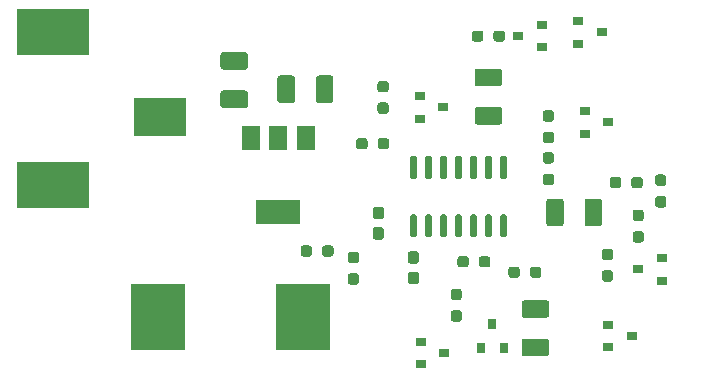
<source format=gbr>
G04 #@! TF.GenerationSoftware,KiCad,Pcbnew,(5.1.10)-1*
G04 #@! TF.CreationDate,2021-07-17T19:43:19-06:00*
G04 #@! TF.ProjectId,FreezerDoorAlarm,46726565-7a65-4724-946f-6f72416c6172,rev?*
G04 #@! TF.SameCoordinates,Original*
G04 #@! TF.FileFunction,Paste,Top*
G04 #@! TF.FilePolarity,Positive*
%FSLAX46Y46*%
G04 Gerber Fmt 4.6, Leading zero omitted, Abs format (unit mm)*
G04 Created by KiCad (PCBNEW (5.1.10)-1) date 2021-07-17 19:43:19*
%MOMM*%
%LPD*%
G01*
G04 APERTURE LIST*
%ADD10R,1.500000X2.000000*%
%ADD11R,3.800000X2.000000*%
%ADD12R,0.900000X0.800000*%
%ADD13R,0.800000X0.900000*%
%ADD14R,4.600000X5.600000*%
%ADD15R,6.200000X3.900000*%
%ADD16R,4.400000X3.300000*%
G04 APERTURE END LIST*
G36*
G01*
X112537500Y-82037500D02*
X112537500Y-81562500D01*
G75*
G02*
X112775000Y-81325000I237500J0D01*
G01*
X113275000Y-81325000D01*
G75*
G02*
X113512500Y-81562500I0J-237500D01*
G01*
X113512500Y-82037500D01*
G75*
G02*
X113275000Y-82275000I-237500J0D01*
G01*
X112775000Y-82275000D01*
G75*
G02*
X112537500Y-82037500I0J237500D01*
G01*
G37*
G36*
G01*
X110712500Y-82037500D02*
X110712500Y-81562500D01*
G75*
G02*
X110950000Y-81325000I237500J0D01*
G01*
X111450000Y-81325000D01*
G75*
G02*
X111687500Y-81562500I0J-237500D01*
G01*
X111687500Y-82037500D01*
G75*
G02*
X111450000Y-82275000I-237500J0D01*
G01*
X110950000Y-82275000D01*
G75*
G02*
X110712500Y-82037500I0J237500D01*
G01*
G37*
G36*
G01*
X115720000Y-84795000D02*
X115420000Y-84795000D01*
G75*
G02*
X115270000Y-84645000I0J150000D01*
G01*
X115270000Y-82995000D01*
G75*
G02*
X115420000Y-82845000I150000J0D01*
G01*
X115720000Y-82845000D01*
G75*
G02*
X115870000Y-82995000I0J-150000D01*
G01*
X115870000Y-84645000D01*
G75*
G02*
X115720000Y-84795000I-150000J0D01*
G01*
G37*
G36*
G01*
X116990000Y-84795000D02*
X116690000Y-84795000D01*
G75*
G02*
X116540000Y-84645000I0J150000D01*
G01*
X116540000Y-82995000D01*
G75*
G02*
X116690000Y-82845000I150000J0D01*
G01*
X116990000Y-82845000D01*
G75*
G02*
X117140000Y-82995000I0J-150000D01*
G01*
X117140000Y-84645000D01*
G75*
G02*
X116990000Y-84795000I-150000J0D01*
G01*
G37*
G36*
G01*
X118260000Y-84795000D02*
X117960000Y-84795000D01*
G75*
G02*
X117810000Y-84645000I0J150000D01*
G01*
X117810000Y-82995000D01*
G75*
G02*
X117960000Y-82845000I150000J0D01*
G01*
X118260000Y-82845000D01*
G75*
G02*
X118410000Y-82995000I0J-150000D01*
G01*
X118410000Y-84645000D01*
G75*
G02*
X118260000Y-84795000I-150000J0D01*
G01*
G37*
G36*
G01*
X119530000Y-84795000D02*
X119230000Y-84795000D01*
G75*
G02*
X119080000Y-84645000I0J150000D01*
G01*
X119080000Y-82995000D01*
G75*
G02*
X119230000Y-82845000I150000J0D01*
G01*
X119530000Y-82845000D01*
G75*
G02*
X119680000Y-82995000I0J-150000D01*
G01*
X119680000Y-84645000D01*
G75*
G02*
X119530000Y-84795000I-150000J0D01*
G01*
G37*
G36*
G01*
X120800000Y-84795000D02*
X120500000Y-84795000D01*
G75*
G02*
X120350000Y-84645000I0J150000D01*
G01*
X120350000Y-82995000D01*
G75*
G02*
X120500000Y-82845000I150000J0D01*
G01*
X120800000Y-82845000D01*
G75*
G02*
X120950000Y-82995000I0J-150000D01*
G01*
X120950000Y-84645000D01*
G75*
G02*
X120800000Y-84795000I-150000J0D01*
G01*
G37*
G36*
G01*
X122070000Y-84795000D02*
X121770000Y-84795000D01*
G75*
G02*
X121620000Y-84645000I0J150000D01*
G01*
X121620000Y-82995000D01*
G75*
G02*
X121770000Y-82845000I150000J0D01*
G01*
X122070000Y-82845000D01*
G75*
G02*
X122220000Y-82995000I0J-150000D01*
G01*
X122220000Y-84645000D01*
G75*
G02*
X122070000Y-84795000I-150000J0D01*
G01*
G37*
G36*
G01*
X123340000Y-84795000D02*
X123040000Y-84795000D01*
G75*
G02*
X122890000Y-84645000I0J150000D01*
G01*
X122890000Y-82995000D01*
G75*
G02*
X123040000Y-82845000I150000J0D01*
G01*
X123340000Y-82845000D01*
G75*
G02*
X123490000Y-82995000I0J-150000D01*
G01*
X123490000Y-84645000D01*
G75*
G02*
X123340000Y-84795000I-150000J0D01*
G01*
G37*
G36*
G01*
X123340000Y-89745000D02*
X123040000Y-89745000D01*
G75*
G02*
X122890000Y-89595000I0J150000D01*
G01*
X122890000Y-87945000D01*
G75*
G02*
X123040000Y-87795000I150000J0D01*
G01*
X123340000Y-87795000D01*
G75*
G02*
X123490000Y-87945000I0J-150000D01*
G01*
X123490000Y-89595000D01*
G75*
G02*
X123340000Y-89745000I-150000J0D01*
G01*
G37*
G36*
G01*
X122070000Y-89745000D02*
X121770000Y-89745000D01*
G75*
G02*
X121620000Y-89595000I0J150000D01*
G01*
X121620000Y-87945000D01*
G75*
G02*
X121770000Y-87795000I150000J0D01*
G01*
X122070000Y-87795000D01*
G75*
G02*
X122220000Y-87945000I0J-150000D01*
G01*
X122220000Y-89595000D01*
G75*
G02*
X122070000Y-89745000I-150000J0D01*
G01*
G37*
G36*
G01*
X120800000Y-89745000D02*
X120500000Y-89745000D01*
G75*
G02*
X120350000Y-89595000I0J150000D01*
G01*
X120350000Y-87945000D01*
G75*
G02*
X120500000Y-87795000I150000J0D01*
G01*
X120800000Y-87795000D01*
G75*
G02*
X120950000Y-87945000I0J-150000D01*
G01*
X120950000Y-89595000D01*
G75*
G02*
X120800000Y-89745000I-150000J0D01*
G01*
G37*
G36*
G01*
X119530000Y-89745000D02*
X119230000Y-89745000D01*
G75*
G02*
X119080000Y-89595000I0J150000D01*
G01*
X119080000Y-87945000D01*
G75*
G02*
X119230000Y-87795000I150000J0D01*
G01*
X119530000Y-87795000D01*
G75*
G02*
X119680000Y-87945000I0J-150000D01*
G01*
X119680000Y-89595000D01*
G75*
G02*
X119530000Y-89745000I-150000J0D01*
G01*
G37*
G36*
G01*
X118260000Y-89745000D02*
X117960000Y-89745000D01*
G75*
G02*
X117810000Y-89595000I0J150000D01*
G01*
X117810000Y-87945000D01*
G75*
G02*
X117960000Y-87795000I150000J0D01*
G01*
X118260000Y-87795000D01*
G75*
G02*
X118410000Y-87945000I0J-150000D01*
G01*
X118410000Y-89595000D01*
G75*
G02*
X118260000Y-89745000I-150000J0D01*
G01*
G37*
G36*
G01*
X116990000Y-89745000D02*
X116690000Y-89745000D01*
G75*
G02*
X116540000Y-89595000I0J150000D01*
G01*
X116540000Y-87945000D01*
G75*
G02*
X116690000Y-87795000I150000J0D01*
G01*
X116990000Y-87795000D01*
G75*
G02*
X117140000Y-87945000I0J-150000D01*
G01*
X117140000Y-89595000D01*
G75*
G02*
X116990000Y-89745000I-150000J0D01*
G01*
G37*
G36*
G01*
X115720000Y-89745000D02*
X115420000Y-89745000D01*
G75*
G02*
X115270000Y-89595000I0J150000D01*
G01*
X115270000Y-87945000D01*
G75*
G02*
X115420000Y-87795000I150000J0D01*
G01*
X115720000Y-87795000D01*
G75*
G02*
X115870000Y-87945000I0J-150000D01*
G01*
X115870000Y-89595000D01*
G75*
G02*
X115720000Y-89745000I-150000J0D01*
G01*
G37*
D10*
X106440000Y-81330000D03*
X101840000Y-81330000D03*
X104140000Y-81330000D03*
D11*
X104140000Y-87630000D03*
G36*
G01*
X127237500Y-79942500D02*
X126762500Y-79942500D01*
G75*
G02*
X126525000Y-79705000I0J237500D01*
G01*
X126525000Y-79205000D01*
G75*
G02*
X126762500Y-78967500I237500J0D01*
G01*
X127237500Y-78967500D01*
G75*
G02*
X127475000Y-79205000I0J-237500D01*
G01*
X127475000Y-79705000D01*
G75*
G02*
X127237500Y-79942500I-237500J0D01*
G01*
G37*
G36*
G01*
X127237500Y-81767500D02*
X126762500Y-81767500D01*
G75*
G02*
X126525000Y-81530000I0J237500D01*
G01*
X126525000Y-81030000D01*
G75*
G02*
X126762500Y-80792500I237500J0D01*
G01*
X127237500Y-80792500D01*
G75*
G02*
X127475000Y-81030000I0J-237500D01*
G01*
X127475000Y-81530000D01*
G75*
G02*
X127237500Y-81767500I-237500J0D01*
G01*
G37*
G36*
G01*
X122337500Y-72937500D02*
X122337500Y-72462500D01*
G75*
G02*
X122575000Y-72225000I237500J0D01*
G01*
X123075000Y-72225000D01*
G75*
G02*
X123312500Y-72462500I0J-237500D01*
G01*
X123312500Y-72937500D01*
G75*
G02*
X123075000Y-73175000I-237500J0D01*
G01*
X122575000Y-73175000D01*
G75*
G02*
X122337500Y-72937500I0J237500D01*
G01*
G37*
G36*
G01*
X120512500Y-72937500D02*
X120512500Y-72462500D01*
G75*
G02*
X120750000Y-72225000I237500J0D01*
G01*
X121250000Y-72225000D01*
G75*
G02*
X121487500Y-72462500I0J-237500D01*
G01*
X121487500Y-72937500D01*
G75*
G02*
X121250000Y-73175000I-237500J0D01*
G01*
X120750000Y-73175000D01*
G75*
G02*
X120512500Y-72937500I0J237500D01*
G01*
G37*
G36*
G01*
X112762500Y-78312500D02*
X113237500Y-78312500D01*
G75*
G02*
X113475000Y-78550000I0J-237500D01*
G01*
X113475000Y-79050000D01*
G75*
G02*
X113237500Y-79287500I-237500J0D01*
G01*
X112762500Y-79287500D01*
G75*
G02*
X112525000Y-79050000I0J237500D01*
G01*
X112525000Y-78550000D01*
G75*
G02*
X112762500Y-78312500I237500J0D01*
G01*
G37*
G36*
G01*
X112762500Y-76487500D02*
X113237500Y-76487500D01*
G75*
G02*
X113475000Y-76725000I0J-237500D01*
G01*
X113475000Y-77225000D01*
G75*
G02*
X113237500Y-77462500I-237500J0D01*
G01*
X112762500Y-77462500D01*
G75*
G02*
X112525000Y-77225000I0J237500D01*
G01*
X112525000Y-76725000D01*
G75*
G02*
X112762500Y-76487500I237500J0D01*
G01*
G37*
G36*
G01*
X136262500Y-86237500D02*
X136737500Y-86237500D01*
G75*
G02*
X136975000Y-86475000I0J-237500D01*
G01*
X136975000Y-86975000D01*
G75*
G02*
X136737500Y-87212500I-237500J0D01*
G01*
X136262500Y-87212500D01*
G75*
G02*
X136025000Y-86975000I0J237500D01*
G01*
X136025000Y-86475000D01*
G75*
G02*
X136262500Y-86237500I237500J0D01*
G01*
G37*
G36*
G01*
X136262500Y-84412500D02*
X136737500Y-84412500D01*
G75*
G02*
X136975000Y-84650000I0J-237500D01*
G01*
X136975000Y-85150000D01*
G75*
G02*
X136737500Y-85387500I-237500J0D01*
G01*
X136262500Y-85387500D01*
G75*
G02*
X136025000Y-85150000I0J237500D01*
G01*
X136025000Y-84650000D01*
G75*
G02*
X136262500Y-84412500I237500J0D01*
G01*
G37*
G36*
G01*
X134362500Y-89212500D02*
X134837500Y-89212500D01*
G75*
G02*
X135075000Y-89450000I0J-237500D01*
G01*
X135075000Y-89950000D01*
G75*
G02*
X134837500Y-90187500I-237500J0D01*
G01*
X134362500Y-90187500D01*
G75*
G02*
X134125000Y-89950000I0J237500D01*
G01*
X134125000Y-89450000D01*
G75*
G02*
X134362500Y-89212500I237500J0D01*
G01*
G37*
G36*
G01*
X134362500Y-87387500D02*
X134837500Y-87387500D01*
G75*
G02*
X135075000Y-87625000I0J-237500D01*
G01*
X135075000Y-88125000D01*
G75*
G02*
X134837500Y-88362500I-237500J0D01*
G01*
X134362500Y-88362500D01*
G75*
G02*
X134125000Y-88125000I0J237500D01*
G01*
X134125000Y-87625000D01*
G75*
G02*
X134362500Y-87387500I237500J0D01*
G01*
G37*
G36*
G01*
X133162500Y-84862500D02*
X133162500Y-85337500D01*
G75*
G02*
X132925000Y-85575000I-237500J0D01*
G01*
X132425000Y-85575000D01*
G75*
G02*
X132187500Y-85337500I0J237500D01*
G01*
X132187500Y-84862500D01*
G75*
G02*
X132425000Y-84625000I237500J0D01*
G01*
X132925000Y-84625000D01*
G75*
G02*
X133162500Y-84862500I0J-237500D01*
G01*
G37*
G36*
G01*
X134987500Y-84862500D02*
X134987500Y-85337500D01*
G75*
G02*
X134750000Y-85575000I-237500J0D01*
G01*
X134250000Y-85575000D01*
G75*
G02*
X134012500Y-85337500I0J237500D01*
G01*
X134012500Y-84862500D01*
G75*
G02*
X134250000Y-84625000I237500J0D01*
G01*
X134750000Y-84625000D01*
G75*
G02*
X134987500Y-84862500I0J-237500D01*
G01*
G37*
G36*
G01*
X131762500Y-92512500D02*
X132237500Y-92512500D01*
G75*
G02*
X132475000Y-92750000I0J-237500D01*
G01*
X132475000Y-93250000D01*
G75*
G02*
X132237500Y-93487500I-237500J0D01*
G01*
X131762500Y-93487500D01*
G75*
G02*
X131525000Y-93250000I0J237500D01*
G01*
X131525000Y-92750000D01*
G75*
G02*
X131762500Y-92512500I237500J0D01*
G01*
G37*
G36*
G01*
X131762500Y-90687500D02*
X132237500Y-90687500D01*
G75*
G02*
X132475000Y-90925000I0J-237500D01*
G01*
X132475000Y-91425000D01*
G75*
G02*
X132237500Y-91662500I-237500J0D01*
G01*
X131762500Y-91662500D01*
G75*
G02*
X131525000Y-91425000I0J237500D01*
G01*
X131525000Y-90925000D01*
G75*
G02*
X131762500Y-90687500I237500J0D01*
G01*
G37*
G36*
G01*
X127237500Y-83487500D02*
X126762500Y-83487500D01*
G75*
G02*
X126525000Y-83250000I0J237500D01*
G01*
X126525000Y-82750000D01*
G75*
G02*
X126762500Y-82512500I237500J0D01*
G01*
X127237500Y-82512500D01*
G75*
G02*
X127475000Y-82750000I0J-237500D01*
G01*
X127475000Y-83250000D01*
G75*
G02*
X127237500Y-83487500I-237500J0D01*
G01*
G37*
G36*
G01*
X127237500Y-85312500D02*
X126762500Y-85312500D01*
G75*
G02*
X126525000Y-85075000I0J237500D01*
G01*
X126525000Y-84575000D01*
G75*
G02*
X126762500Y-84337500I237500J0D01*
G01*
X127237500Y-84337500D01*
G75*
G02*
X127475000Y-84575000I0J-237500D01*
G01*
X127475000Y-85075000D01*
G75*
G02*
X127237500Y-85312500I-237500J0D01*
G01*
G37*
G36*
G01*
X124587500Y-92462500D02*
X124587500Y-92937500D01*
G75*
G02*
X124350000Y-93175000I-237500J0D01*
G01*
X123850000Y-93175000D01*
G75*
G02*
X123612500Y-92937500I0J237500D01*
G01*
X123612500Y-92462500D01*
G75*
G02*
X123850000Y-92225000I237500J0D01*
G01*
X124350000Y-92225000D01*
G75*
G02*
X124587500Y-92462500I0J-237500D01*
G01*
G37*
G36*
G01*
X126412500Y-92462500D02*
X126412500Y-92937500D01*
G75*
G02*
X126175000Y-93175000I-237500J0D01*
G01*
X125675000Y-93175000D01*
G75*
G02*
X125437500Y-92937500I0J237500D01*
G01*
X125437500Y-92462500D01*
G75*
G02*
X125675000Y-92225000I237500J0D01*
G01*
X126175000Y-92225000D01*
G75*
G02*
X126412500Y-92462500I0J-237500D01*
G01*
G37*
G36*
G01*
X120262500Y-91562500D02*
X120262500Y-92037500D01*
G75*
G02*
X120025000Y-92275000I-237500J0D01*
G01*
X119525000Y-92275000D01*
G75*
G02*
X119287500Y-92037500I0J237500D01*
G01*
X119287500Y-91562500D01*
G75*
G02*
X119525000Y-91325000I237500J0D01*
G01*
X120025000Y-91325000D01*
G75*
G02*
X120262500Y-91562500I0J-237500D01*
G01*
G37*
G36*
G01*
X122087500Y-91562500D02*
X122087500Y-92037500D01*
G75*
G02*
X121850000Y-92275000I-237500J0D01*
G01*
X121350000Y-92275000D01*
G75*
G02*
X121112500Y-92037500I0J237500D01*
G01*
X121112500Y-91562500D01*
G75*
G02*
X121350000Y-91325000I237500J0D01*
G01*
X121850000Y-91325000D01*
G75*
G02*
X122087500Y-91562500I0J-237500D01*
G01*
G37*
G36*
G01*
X119437500Y-95062500D02*
X118962500Y-95062500D01*
G75*
G02*
X118725000Y-94825000I0J237500D01*
G01*
X118725000Y-94325000D01*
G75*
G02*
X118962500Y-94087500I237500J0D01*
G01*
X119437500Y-94087500D01*
G75*
G02*
X119675000Y-94325000I0J-237500D01*
G01*
X119675000Y-94825000D01*
G75*
G02*
X119437500Y-95062500I-237500J0D01*
G01*
G37*
G36*
G01*
X119437500Y-96887500D02*
X118962500Y-96887500D01*
G75*
G02*
X118725000Y-96650000I0J237500D01*
G01*
X118725000Y-96150000D01*
G75*
G02*
X118962500Y-95912500I237500J0D01*
G01*
X119437500Y-95912500D01*
G75*
G02*
X119675000Y-96150000I0J-237500D01*
G01*
X119675000Y-96650000D01*
G75*
G02*
X119437500Y-96887500I-237500J0D01*
G01*
G37*
G36*
G01*
X106987500Y-90662500D02*
X106987500Y-91137500D01*
G75*
G02*
X106750000Y-91375000I-237500J0D01*
G01*
X106250000Y-91375000D01*
G75*
G02*
X106012500Y-91137500I0J237500D01*
G01*
X106012500Y-90662500D01*
G75*
G02*
X106250000Y-90425000I237500J0D01*
G01*
X106750000Y-90425000D01*
G75*
G02*
X106987500Y-90662500I0J-237500D01*
G01*
G37*
G36*
G01*
X108812500Y-90662500D02*
X108812500Y-91137500D01*
G75*
G02*
X108575000Y-91375000I-237500J0D01*
G01*
X108075000Y-91375000D01*
G75*
G02*
X107837500Y-91137500I0J237500D01*
G01*
X107837500Y-90662500D01*
G75*
G02*
X108075000Y-90425000I237500J0D01*
G01*
X108575000Y-90425000D01*
G75*
G02*
X108812500Y-90662500I0J-237500D01*
G01*
G37*
G36*
G01*
X110252500Y-92777500D02*
X110727500Y-92777500D01*
G75*
G02*
X110965000Y-93015000I0J-237500D01*
G01*
X110965000Y-93515000D01*
G75*
G02*
X110727500Y-93752500I-237500J0D01*
G01*
X110252500Y-93752500D01*
G75*
G02*
X110015000Y-93515000I0J237500D01*
G01*
X110015000Y-93015000D01*
G75*
G02*
X110252500Y-92777500I237500J0D01*
G01*
G37*
G36*
G01*
X110252500Y-90952500D02*
X110727500Y-90952500D01*
G75*
G02*
X110965000Y-91190000I0J-237500D01*
G01*
X110965000Y-91690000D01*
G75*
G02*
X110727500Y-91927500I-237500J0D01*
G01*
X110252500Y-91927500D01*
G75*
G02*
X110015000Y-91690000I0J237500D01*
G01*
X110015000Y-91190000D01*
G75*
G02*
X110252500Y-90952500I237500J0D01*
G01*
G37*
D12*
X131540000Y-72390000D03*
X129540000Y-73340000D03*
X129540000Y-71440000D03*
X124460000Y-72710000D03*
X126460000Y-71760000D03*
X126460000Y-73660000D03*
X118110000Y-78740000D03*
X116110000Y-79690000D03*
X116110000Y-77790000D03*
X132080000Y-80010000D03*
X130080000Y-80960000D03*
X130080000Y-79060000D03*
X134600000Y-92450000D03*
X136600000Y-91500000D03*
X136600000Y-93400000D03*
X134080000Y-98110000D03*
X132080000Y-99060000D03*
X132080000Y-97160000D03*
D13*
X122250000Y-97100000D03*
X123200000Y-99100000D03*
X121300000Y-99100000D03*
D12*
X118200000Y-99550000D03*
X116200000Y-100500000D03*
X116200000Y-98600000D03*
D14*
X106200000Y-96520000D03*
X93980000Y-96520000D03*
D15*
X85090000Y-85290000D03*
X85090000Y-72390000D03*
D16*
X94090000Y-79540000D03*
G36*
G01*
X120995000Y-78700000D02*
X122845000Y-78700000D01*
G75*
G02*
X123095000Y-78950000I0J-250000D01*
G01*
X123095000Y-79950000D01*
G75*
G02*
X122845000Y-80200000I-250000J0D01*
G01*
X120995000Y-80200000D01*
G75*
G02*
X120745000Y-79950000I0J250000D01*
G01*
X120745000Y-78950000D01*
G75*
G02*
X120995000Y-78700000I250000J0D01*
G01*
G37*
G36*
G01*
X120995000Y-75450000D02*
X122845000Y-75450000D01*
G75*
G02*
X123095000Y-75700000I0J-250000D01*
G01*
X123095000Y-76700000D01*
G75*
G02*
X122845000Y-76950000I-250000J0D01*
G01*
X120995000Y-76950000D01*
G75*
G02*
X120745000Y-76700000I0J250000D01*
G01*
X120745000Y-75700000D01*
G75*
G02*
X120995000Y-75450000I250000J0D01*
G01*
G37*
G36*
G01*
X128310000Y-86705000D02*
X128310000Y-88555000D01*
G75*
G02*
X128060000Y-88805000I-250000J0D01*
G01*
X127060000Y-88805000D01*
G75*
G02*
X126810000Y-88555000I0J250000D01*
G01*
X126810000Y-86705000D01*
G75*
G02*
X127060000Y-86455000I250000J0D01*
G01*
X128060000Y-86455000D01*
G75*
G02*
X128310000Y-86705000I0J-250000D01*
G01*
G37*
G36*
G01*
X131560000Y-86705000D02*
X131560000Y-88555000D01*
G75*
G02*
X131310000Y-88805000I-250000J0D01*
G01*
X130310000Y-88805000D01*
G75*
G02*
X130060000Y-88555000I0J250000D01*
G01*
X130060000Y-86705000D01*
G75*
G02*
X130310000Y-86455000I250000J0D01*
G01*
X131310000Y-86455000D01*
G75*
G02*
X131560000Y-86705000I0J-250000D01*
G01*
G37*
G36*
G01*
X124975000Y-98310000D02*
X126825000Y-98310000D01*
G75*
G02*
X127075000Y-98560000I0J-250000D01*
G01*
X127075000Y-99560000D01*
G75*
G02*
X126825000Y-99810000I-250000J0D01*
G01*
X124975000Y-99810000D01*
G75*
G02*
X124725000Y-99560000I0J250000D01*
G01*
X124725000Y-98560000D01*
G75*
G02*
X124975000Y-98310000I250000J0D01*
G01*
G37*
G36*
G01*
X124975000Y-95060000D02*
X126825000Y-95060000D01*
G75*
G02*
X127075000Y-95310000I0J-250000D01*
G01*
X127075000Y-96310000D01*
G75*
G02*
X126825000Y-96560000I-250000J0D01*
G01*
X124975000Y-96560000D01*
G75*
G02*
X124725000Y-96310000I0J250000D01*
G01*
X124725000Y-95310000D01*
G75*
G02*
X124975000Y-95060000I250000J0D01*
G01*
G37*
G36*
G01*
X115332500Y-92627500D02*
X115807500Y-92627500D01*
G75*
G02*
X116045000Y-92865000I0J-237500D01*
G01*
X116045000Y-93465000D01*
G75*
G02*
X115807500Y-93702500I-237500J0D01*
G01*
X115332500Y-93702500D01*
G75*
G02*
X115095000Y-93465000I0J237500D01*
G01*
X115095000Y-92865000D01*
G75*
G02*
X115332500Y-92627500I237500J0D01*
G01*
G37*
G36*
G01*
X115332500Y-90902500D02*
X115807500Y-90902500D01*
G75*
G02*
X116045000Y-91140000I0J-237500D01*
G01*
X116045000Y-91740000D01*
G75*
G02*
X115807500Y-91977500I-237500J0D01*
G01*
X115332500Y-91977500D01*
G75*
G02*
X115095000Y-91740000I0J237500D01*
G01*
X115095000Y-91140000D01*
G75*
G02*
X115332500Y-90902500I237500J0D01*
G01*
G37*
G36*
G01*
X112362500Y-88862500D02*
X112837500Y-88862500D01*
G75*
G02*
X113075000Y-89100000I0J-237500D01*
G01*
X113075000Y-89700000D01*
G75*
G02*
X112837500Y-89937500I-237500J0D01*
G01*
X112362500Y-89937500D01*
G75*
G02*
X112125000Y-89700000I0J237500D01*
G01*
X112125000Y-89100000D01*
G75*
G02*
X112362500Y-88862500I237500J0D01*
G01*
G37*
G36*
G01*
X112362500Y-87137500D02*
X112837500Y-87137500D01*
G75*
G02*
X113075000Y-87375000I0J-237500D01*
G01*
X113075000Y-87975000D01*
G75*
G02*
X112837500Y-88212500I-237500J0D01*
G01*
X112362500Y-88212500D01*
G75*
G02*
X112125000Y-87975000I0J237500D01*
G01*
X112125000Y-87375000D01*
G75*
G02*
X112362500Y-87137500I237500J0D01*
G01*
G37*
G36*
G01*
X107300000Y-78125000D02*
X107300000Y-76275000D01*
G75*
G02*
X107550000Y-76025000I250000J0D01*
G01*
X108550000Y-76025000D01*
G75*
G02*
X108800000Y-76275000I0J-250000D01*
G01*
X108800000Y-78125000D01*
G75*
G02*
X108550000Y-78375000I-250000J0D01*
G01*
X107550000Y-78375000D01*
G75*
G02*
X107300000Y-78125000I0J250000D01*
G01*
G37*
G36*
G01*
X104050000Y-78125000D02*
X104050000Y-76275000D01*
G75*
G02*
X104300000Y-76025000I250000J0D01*
G01*
X105300000Y-76025000D01*
G75*
G02*
X105550000Y-76275000I0J-250000D01*
G01*
X105550000Y-78125000D01*
G75*
G02*
X105300000Y-78375000I-250000J0D01*
G01*
X104300000Y-78375000D01*
G75*
G02*
X104050000Y-78125000I0J250000D01*
G01*
G37*
G36*
G01*
X101325000Y-75550000D02*
X99475000Y-75550000D01*
G75*
G02*
X99225000Y-75300000I0J250000D01*
G01*
X99225000Y-74300000D01*
G75*
G02*
X99475000Y-74050000I250000J0D01*
G01*
X101325000Y-74050000D01*
G75*
G02*
X101575000Y-74300000I0J-250000D01*
G01*
X101575000Y-75300000D01*
G75*
G02*
X101325000Y-75550000I-250000J0D01*
G01*
G37*
G36*
G01*
X101325000Y-78800000D02*
X99475000Y-78800000D01*
G75*
G02*
X99225000Y-78550000I0J250000D01*
G01*
X99225000Y-77550000D01*
G75*
G02*
X99475000Y-77300000I250000J0D01*
G01*
X101325000Y-77300000D01*
G75*
G02*
X101575000Y-77550000I0J-250000D01*
G01*
X101575000Y-78550000D01*
G75*
G02*
X101325000Y-78800000I-250000J0D01*
G01*
G37*
M02*

</source>
